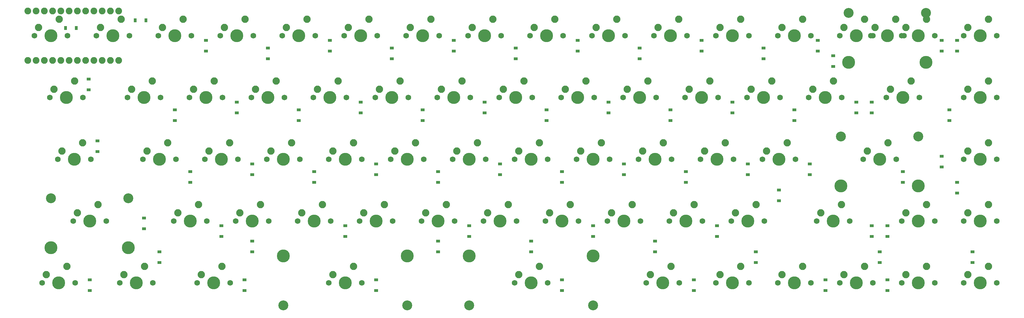
<source format=gbr>
%TF.GenerationSoftware,KiCad,Pcbnew,(5.1.8-0-10_14)*%
%TF.CreationDate,2021-09-01T06:12:34+09:00*%
%TF.ProjectId,ts68,74733638-2e6b-4696-9361-645f70636258,rev?*%
%TF.SameCoordinates,Original*%
%TF.FileFunction,Soldermask,Bot*%
%TF.FilePolarity,Negative*%
%FSLAX46Y46*%
G04 Gerber Fmt 4.6, Leading zero omitted, Abs format (unit mm)*
G04 Created by KiCad (PCBNEW (5.1.8-0-10_14)) date 2021-09-01 06:12:34*
%MOMM*%
%LPD*%
G01*
G04 APERTURE LIST*
%ADD10C,2.250000*%
%ADD11C,3.987800*%
%ADD12C,1.750000*%
%ADD13R,1.200000X0.900000*%
%ADD14R,0.900000X1.200000*%
%ADD15C,3.048000*%
%ADD16C,2.082800*%
G04 APERTURE END LIST*
D10*
%TO.C,MX65*%
X293052500Y-61595000D03*
D11*
X290512500Y-66675000D03*
D10*
X286702500Y-64135000D03*
D12*
X285432500Y-66675000D03*
X295592500Y-66675000D03*
%TD*%
%TO.C,MX58*%
X238442500Y-104775000D03*
X228282500Y-104775000D03*
D10*
X229552500Y-102235000D03*
D11*
X233362500Y-104775000D03*
D10*
X235902500Y-99695000D03*
%TD*%
D13*
%TO.C,D70*%
X288131250Y-98550000D03*
X288131250Y-95250000D03*
%TD*%
%TO.C,D69*%
X283368750Y-77118750D03*
X283368750Y-73818750D03*
%TD*%
%TO.C,D68*%
X280987500Y-51468750D03*
X280987500Y-54768750D03*
%TD*%
%TO.C,D67*%
X283368750Y-30037500D03*
X283368750Y-33337500D03*
%TD*%
%TO.C,D66*%
X261937500Y-103856250D03*
X261937500Y-107156250D03*
%TD*%
%TO.C,D65*%
X261937500Y-87187500D03*
X261937500Y-90487500D03*
%TD*%
%TO.C,D64*%
X278606250Y-65756250D03*
X278606250Y-69056250D03*
%TD*%
%TO.C,D63*%
X257175000Y-49087500D03*
X257175000Y-52387500D03*
%TD*%
%TO.C,D62*%
X278606250Y-30037500D03*
X278606250Y-33337500D03*
%TD*%
%TO.C,D61*%
X259556250Y-98550000D03*
X259556250Y-95250000D03*
%TD*%
%TO.C,D60*%
X266700000Y-70518750D03*
X266700000Y-73818750D03*
%TD*%
%TO.C,D59*%
X245268750Y-34800000D03*
X245268750Y-38100000D03*
%TD*%
%TO.C,D58*%
X242887500Y-103856250D03*
X242887500Y-107156250D03*
%TD*%
%TO.C,D57*%
X257175000Y-87187500D03*
X257175000Y-90487500D03*
%TD*%
%TO.C,D56*%
X238125000Y-68137500D03*
X238125000Y-71437500D03*
%TD*%
%TO.C,D55*%
X252412500Y-49087500D03*
X252412500Y-52387500D03*
%TD*%
%TO.C,D54*%
X240506250Y-30037500D03*
X240506250Y-33337500D03*
%TD*%
%TO.C,D53*%
X221456250Y-98550000D03*
X221456250Y-95250000D03*
%TD*%
%TO.C,D52*%
X228600000Y-79500000D03*
X228600000Y-76200000D03*
%TD*%
%TO.C,D51*%
X233362500Y-51468750D03*
X233362500Y-54768750D03*
%TD*%
%TO.C,D50*%
X223837500Y-32418750D03*
X223837500Y-35718750D03*
%TD*%
%TO.C,D49*%
X202406250Y-103856250D03*
X202406250Y-107156250D03*
%TD*%
%TO.C,D48*%
X209550000Y-87187500D03*
X209550000Y-90487500D03*
%TD*%
%TO.C,D47*%
X219075000Y-68137500D03*
X219075000Y-71437500D03*
%TD*%
%TO.C,D46*%
X214312500Y-49087500D03*
X214312500Y-52387500D03*
%TD*%
%TO.C,D45*%
X204787500Y-30037500D03*
X204787500Y-33337500D03*
%TD*%
%TO.C,D44*%
X190500000Y-91950000D03*
X190500000Y-95250000D03*
%TD*%
%TO.C,D43*%
X200025000Y-70518750D03*
X200025000Y-73818750D03*
%TD*%
%TO.C,D42*%
X195262500Y-51468750D03*
X195262500Y-54768750D03*
%TD*%
%TO.C,D41*%
X185737500Y-32418750D03*
X185737500Y-35718750D03*
%TD*%
%TO.C,D40*%
X161925000Y-103856250D03*
X161925000Y-107156250D03*
%TD*%
%TO.C,D39*%
X171450000Y-87187500D03*
X171450000Y-90487500D03*
%TD*%
%TO.C,D38*%
X180975000Y-68137500D03*
X180975000Y-71437500D03*
%TD*%
%TO.C,D37*%
X176212500Y-49087500D03*
X176212500Y-52387500D03*
%TD*%
%TO.C,D36*%
X166687500Y-30037500D03*
X166687500Y-33337500D03*
%TD*%
%TO.C,D35*%
X152400000Y-91950000D03*
X152400000Y-95250000D03*
%TD*%
%TO.C,D34*%
X161925000Y-70518750D03*
X161925000Y-73818750D03*
%TD*%
%TO.C,D33*%
X157162500Y-51468750D03*
X157162500Y-54768750D03*
%TD*%
%TO.C,D32*%
X147637500Y-32418750D03*
X147637500Y-35718750D03*
%TD*%
%TO.C,D31*%
X133350000Y-87187500D03*
X133350000Y-90487500D03*
%TD*%
%TO.C,D30*%
X142875000Y-68137500D03*
X142875000Y-71437500D03*
%TD*%
%TO.C,D29*%
X138112500Y-49087500D03*
X138112500Y-52387500D03*
%TD*%
%TO.C,D28*%
X128587500Y-30037500D03*
X128587500Y-33337500D03*
%TD*%
%TO.C,D27*%
X123825000Y-91950000D03*
X123825000Y-95250000D03*
%TD*%
%TO.C,D26*%
X123825000Y-70518750D03*
X123825000Y-73818750D03*
%TD*%
%TO.C,D25*%
X119062500Y-51468750D03*
X119062500Y-54768750D03*
%TD*%
%TO.C,D24*%
X109537500Y-32418750D03*
X109537500Y-35718750D03*
%TD*%
%TO.C,D23*%
X104775000Y-103856250D03*
X104775000Y-107156250D03*
%TD*%
%TO.C,D22*%
X95250000Y-87187500D03*
X95250000Y-90487500D03*
%TD*%
%TO.C,D21*%
X104775000Y-68137500D03*
X104775000Y-71437500D03*
%TD*%
%TO.C,D20*%
X100012500Y-49087500D03*
X100012500Y-52387500D03*
%TD*%
%TO.C,D19*%
X90487500Y-30037500D03*
X90487500Y-33337500D03*
%TD*%
%TO.C,D18*%
X66675000Y-91950000D03*
X66675000Y-95250000D03*
%TD*%
%TO.C,D17*%
X85725000Y-70518750D03*
X85725000Y-73818750D03*
%TD*%
%TO.C,D16*%
X80962500Y-51468750D03*
X80962500Y-54768750D03*
%TD*%
%TO.C,D15*%
X71437500Y-32418750D03*
X71437500Y-35718750D03*
%TD*%
%TO.C,D14*%
X64293750Y-103856250D03*
X64293750Y-107156250D03*
%TD*%
%TO.C,D13*%
X57150000Y-87187500D03*
X57150000Y-90487500D03*
%TD*%
%TO.C,D12*%
X66675000Y-68137500D03*
X66675000Y-71437500D03*
%TD*%
%TO.C,D11*%
X61912500Y-49087500D03*
X61912500Y-52387500D03*
%TD*%
%TO.C,D10*%
X52387500Y-30037500D03*
X52387500Y-33337500D03*
%TD*%
%TO.C,D9*%
X38100000Y-98550000D03*
X38100000Y-95250000D03*
%TD*%
%TO.C,D8*%
X47625000Y-70518750D03*
X47625000Y-73818750D03*
%TD*%
%TO.C,D7*%
X42862500Y-51468750D03*
X42862500Y-54768750D03*
%TD*%
D14*
%TO.C,D6*%
X30662500Y-23812500D03*
X33962500Y-23812500D03*
%TD*%
D13*
%TO.C,D5*%
X16668750Y-103856250D03*
X16668750Y-107156250D03*
%TD*%
%TO.C,D4*%
X33337500Y-84806250D03*
X33337500Y-88106250D03*
%TD*%
%TO.C,D3*%
X19050000Y-60993750D03*
X19050000Y-64293750D03*
%TD*%
%TO.C,D2*%
X16337500Y-41943750D03*
X16337500Y-45243750D03*
%TD*%
D14*
%TO.C,D1*%
X9231250Y-26193750D03*
X12531250Y-26193750D03*
%TD*%
D10*
%TO.C,MX10*%
X45402500Y-23495000D03*
D11*
X42862500Y-28575000D03*
D10*
X39052500Y-26035000D03*
D12*
X37782500Y-28575000D03*
X47942500Y-28575000D03*
%TD*%
D10*
%TO.C,MX45*%
X197802500Y-23495000D03*
D11*
X195262500Y-28575000D03*
D10*
X191452500Y-26035000D03*
D12*
X190182500Y-28575000D03*
X200342500Y-28575000D03*
%TD*%
D10*
%TO.C,MX19*%
X83502500Y-23495000D03*
D11*
X80962500Y-28575000D03*
D10*
X77152500Y-26035000D03*
D12*
X75882500Y-28575000D03*
X86042500Y-28575000D03*
%TD*%
%TO.C,MX44*%
X186055000Y-85725000D03*
X175895000Y-85725000D03*
D10*
X177165000Y-83185000D03*
D11*
X180975000Y-85725000D03*
D10*
X183515000Y-80645000D03*
%TD*%
%TO.C,MX23*%
X97790000Y-99695000D03*
X91440000Y-102235000D03*
D11*
X95250000Y-104775000D03*
D12*
X90170000Y-104775000D03*
X100330000Y-104775000D03*
D15*
X76200000Y-111760000D03*
X114300000Y-111760000D03*
D11*
X76200000Y-96520000D03*
X114300000Y-96520000D03*
%TD*%
D10*
%TO.C,MX40*%
X154940000Y-99695000D03*
X148590000Y-102235000D03*
D11*
X152400000Y-104775000D03*
D12*
X147320000Y-104775000D03*
X157480000Y-104775000D03*
D15*
X133350000Y-111760000D03*
X171450000Y-111760000D03*
D11*
X133350000Y-96520000D03*
X171450000Y-96520000D03*
%TD*%
D10*
%TO.C,MX5*%
X9683750Y-99695000D03*
D11*
X7143750Y-104775000D03*
D10*
X3333750Y-102235000D03*
D12*
X2063750Y-104775000D03*
X12223750Y-104775000D03*
%TD*%
%TO.C,MX3*%
X16986250Y-66675000D03*
X6826250Y-66675000D03*
D10*
X8096250Y-64135000D03*
D11*
X11906250Y-66675000D03*
D10*
X14446250Y-61595000D03*
%TD*%
D12*
%TO.C,MX12*%
X62230000Y-66675000D03*
X52070000Y-66675000D03*
D10*
X53340000Y-64135000D03*
D11*
X57150000Y-66675000D03*
D10*
X59690000Y-61595000D03*
%TD*%
D12*
%TO.C,MX7*%
X38417500Y-47625000D03*
X28257500Y-47625000D03*
D10*
X29527500Y-45085000D03*
D11*
X33337500Y-47625000D03*
D10*
X35877500Y-42545000D03*
%TD*%
D16*
%TO.C,B1*%
X-2381250Y-20955000D03*
X158750Y-20955000D03*
X2698750Y-20955000D03*
X5238750Y-20955000D03*
X7778750Y-20955000D03*
X10318750Y-20955000D03*
X12858750Y-20955000D03*
X15398750Y-20955000D03*
X17938750Y-20955000D03*
X20478750Y-20955000D03*
X23018750Y-20955000D03*
X25558750Y-20955000D03*
X25558750Y-36195000D03*
X23018750Y-36195000D03*
X20478750Y-36195000D03*
X17938750Y-36195000D03*
X15398750Y-36195000D03*
X12858750Y-36195000D03*
X10318750Y-36195000D03*
X7778750Y-36195000D03*
X5238750Y-36195000D03*
X2698750Y-36195000D03*
X158750Y-36195000D03*
X-2381250Y-36195000D03*
%TD*%
D12*
%TO.C,MX1*%
X9842500Y-28575000D03*
X-317500Y-28575000D03*
D10*
X952500Y-26035000D03*
D11*
X4762500Y-28575000D03*
D10*
X7302500Y-23495000D03*
%TD*%
%TO.C,MX2*%
X12065000Y-42545000D03*
D11*
X9525000Y-47625000D03*
D10*
X5715000Y-45085000D03*
D12*
X4445000Y-47625000D03*
X14605000Y-47625000D03*
%TD*%
D11*
%TO.C,MX4*%
X28575000Y-93980000D03*
X4762500Y-93980000D03*
D15*
X28575000Y-78740000D03*
X4762500Y-78740000D03*
D12*
X21748750Y-85725000D03*
X11588750Y-85725000D03*
D10*
X12858750Y-83185000D03*
D11*
X16668750Y-85725000D03*
D10*
X19208750Y-80645000D03*
%TD*%
%TO.C,MX6*%
X26352500Y-23495000D03*
D11*
X23812500Y-28575000D03*
D10*
X20002500Y-26035000D03*
D12*
X18732500Y-28575000D03*
X28892500Y-28575000D03*
%TD*%
D10*
%TO.C,MX8*%
X40640000Y-61595000D03*
D11*
X38100000Y-66675000D03*
D10*
X34290000Y-64135000D03*
D12*
X33020000Y-66675000D03*
X43180000Y-66675000D03*
%TD*%
%TO.C,MX9*%
X36036250Y-104775000D03*
X25876250Y-104775000D03*
D10*
X27146250Y-102235000D03*
D11*
X30956250Y-104775000D03*
D10*
X33496250Y-99695000D03*
%TD*%
D12*
%TO.C,MX11*%
X57467500Y-47625000D03*
X47307500Y-47625000D03*
D10*
X48577500Y-45085000D03*
D11*
X52387500Y-47625000D03*
D10*
X54927500Y-42545000D03*
%TD*%
%TO.C,MX13*%
X50165000Y-80645000D03*
D11*
X47625000Y-85725000D03*
D10*
X43815000Y-83185000D03*
D12*
X42545000Y-85725000D03*
X52705000Y-85725000D03*
%TD*%
%TO.C,MX14*%
X59848750Y-104775000D03*
X49688750Y-104775000D03*
D10*
X50958750Y-102235000D03*
D11*
X54768750Y-104775000D03*
D10*
X57308750Y-99695000D03*
%TD*%
%TO.C,MX15*%
X64452500Y-23495000D03*
D11*
X61912500Y-28575000D03*
D10*
X58102500Y-26035000D03*
D12*
X56832500Y-28575000D03*
X66992500Y-28575000D03*
%TD*%
%TO.C,MX16*%
X76517500Y-47625000D03*
X66357500Y-47625000D03*
D10*
X67627500Y-45085000D03*
D11*
X71437500Y-47625000D03*
D10*
X73977500Y-42545000D03*
%TD*%
D12*
%TO.C,MX17*%
X81280000Y-66675000D03*
X71120000Y-66675000D03*
D10*
X72390000Y-64135000D03*
D11*
X76200000Y-66675000D03*
D10*
X78740000Y-61595000D03*
%TD*%
%TO.C,MX18*%
X69215000Y-80645000D03*
D11*
X66675000Y-85725000D03*
D10*
X62865000Y-83185000D03*
D12*
X61595000Y-85725000D03*
X71755000Y-85725000D03*
%TD*%
%TO.C,MX20*%
X95567500Y-47625000D03*
X85407500Y-47625000D03*
D10*
X86677500Y-45085000D03*
D11*
X90487500Y-47625000D03*
D10*
X93027500Y-42545000D03*
%TD*%
D12*
%TO.C,MX21*%
X100330000Y-66675000D03*
X90170000Y-66675000D03*
D10*
X91440000Y-64135000D03*
D11*
X95250000Y-66675000D03*
D10*
X97790000Y-61595000D03*
%TD*%
%TO.C,MX22*%
X88265000Y-80645000D03*
D11*
X85725000Y-85725000D03*
D10*
X81915000Y-83185000D03*
D12*
X80645000Y-85725000D03*
X90805000Y-85725000D03*
%TD*%
D10*
%TO.C,MX24*%
X102552500Y-23495000D03*
D11*
X100012500Y-28575000D03*
D10*
X96202500Y-26035000D03*
D12*
X94932500Y-28575000D03*
X105092500Y-28575000D03*
%TD*%
%TO.C,MX25*%
X114617500Y-47625000D03*
X104457500Y-47625000D03*
D10*
X105727500Y-45085000D03*
D11*
X109537500Y-47625000D03*
D10*
X112077500Y-42545000D03*
%TD*%
D12*
%TO.C,MX26*%
X119380000Y-66675000D03*
X109220000Y-66675000D03*
D10*
X110490000Y-64135000D03*
D11*
X114300000Y-66675000D03*
D10*
X116840000Y-61595000D03*
%TD*%
%TO.C,MX27*%
X107315000Y-80645000D03*
D11*
X104775000Y-85725000D03*
D10*
X100965000Y-83185000D03*
D12*
X99695000Y-85725000D03*
X109855000Y-85725000D03*
%TD*%
D10*
%TO.C,MX28*%
X121602500Y-23495000D03*
D11*
X119062500Y-28575000D03*
D10*
X115252500Y-26035000D03*
D12*
X113982500Y-28575000D03*
X124142500Y-28575000D03*
%TD*%
%TO.C,MX29*%
X133667500Y-47625000D03*
X123507500Y-47625000D03*
D10*
X124777500Y-45085000D03*
D11*
X128587500Y-47625000D03*
D10*
X131127500Y-42545000D03*
%TD*%
D12*
%TO.C,MX30*%
X138430000Y-66675000D03*
X128270000Y-66675000D03*
D10*
X129540000Y-64135000D03*
D11*
X133350000Y-66675000D03*
D10*
X135890000Y-61595000D03*
%TD*%
%TO.C,MX31*%
X126365000Y-80645000D03*
D11*
X123825000Y-85725000D03*
D10*
X120015000Y-83185000D03*
D12*
X118745000Y-85725000D03*
X128905000Y-85725000D03*
%TD*%
D10*
%TO.C,MX32*%
X140652500Y-23495000D03*
D11*
X138112500Y-28575000D03*
D10*
X134302500Y-26035000D03*
D12*
X133032500Y-28575000D03*
X143192500Y-28575000D03*
%TD*%
%TO.C,MX33*%
X152717500Y-47625000D03*
X142557500Y-47625000D03*
D10*
X143827500Y-45085000D03*
D11*
X147637500Y-47625000D03*
D10*
X150177500Y-42545000D03*
%TD*%
D12*
%TO.C,MX34*%
X157480000Y-66675000D03*
X147320000Y-66675000D03*
D10*
X148590000Y-64135000D03*
D11*
X152400000Y-66675000D03*
D10*
X154940000Y-61595000D03*
%TD*%
%TO.C,MX35*%
X145415000Y-80645000D03*
D11*
X142875000Y-85725000D03*
D10*
X139065000Y-83185000D03*
D12*
X137795000Y-85725000D03*
X147955000Y-85725000D03*
%TD*%
D10*
%TO.C,MX36*%
X159702500Y-23495000D03*
D11*
X157162500Y-28575000D03*
D10*
X153352500Y-26035000D03*
D12*
X152082500Y-28575000D03*
X162242500Y-28575000D03*
%TD*%
%TO.C,MX37*%
X171767500Y-47625000D03*
X161607500Y-47625000D03*
D10*
X162877500Y-45085000D03*
D11*
X166687500Y-47625000D03*
D10*
X169227500Y-42545000D03*
%TD*%
D12*
%TO.C,MX38*%
X176530000Y-66675000D03*
X166370000Y-66675000D03*
D10*
X167640000Y-64135000D03*
D11*
X171450000Y-66675000D03*
D10*
X173990000Y-61595000D03*
%TD*%
%TO.C,MX39*%
X164465000Y-80645000D03*
D11*
X161925000Y-85725000D03*
D10*
X158115000Y-83185000D03*
D12*
X156845000Y-85725000D03*
X167005000Y-85725000D03*
%TD*%
D10*
%TO.C,MX41*%
X178752500Y-23495000D03*
D11*
X176212500Y-28575000D03*
D10*
X172402500Y-26035000D03*
D12*
X171132500Y-28575000D03*
X181292500Y-28575000D03*
%TD*%
%TO.C,MX42*%
X190817500Y-47625000D03*
X180657500Y-47625000D03*
D10*
X181927500Y-45085000D03*
D11*
X185737500Y-47625000D03*
D10*
X188277500Y-42545000D03*
%TD*%
%TO.C,MX43*%
X193040000Y-61595000D03*
D11*
X190500000Y-66675000D03*
D10*
X186690000Y-64135000D03*
D12*
X185420000Y-66675000D03*
X195580000Y-66675000D03*
%TD*%
%TO.C,MX46*%
X209867500Y-47625000D03*
X199707500Y-47625000D03*
D10*
X200977500Y-45085000D03*
D11*
X204787500Y-47625000D03*
D10*
X207327500Y-42545000D03*
%TD*%
%TO.C,MX47*%
X212090000Y-61595000D03*
D11*
X209550000Y-66675000D03*
D10*
X205740000Y-64135000D03*
D12*
X204470000Y-66675000D03*
X214630000Y-66675000D03*
%TD*%
%TO.C,MX48*%
X205105000Y-85725000D03*
X194945000Y-85725000D03*
D10*
X196215000Y-83185000D03*
D11*
X200025000Y-85725000D03*
D10*
X202565000Y-80645000D03*
%TD*%
%TO.C,MX49*%
X195421250Y-99695000D03*
D11*
X192881250Y-104775000D03*
D10*
X189071250Y-102235000D03*
D12*
X187801250Y-104775000D03*
X197961250Y-104775000D03*
%TD*%
D10*
%TO.C,MX50*%
X216852500Y-23495000D03*
D11*
X214312500Y-28575000D03*
D10*
X210502500Y-26035000D03*
D12*
X209232500Y-28575000D03*
X219392500Y-28575000D03*
%TD*%
%TO.C,MX51*%
X228917500Y-47625000D03*
X218757500Y-47625000D03*
D10*
X220027500Y-45085000D03*
D11*
X223837500Y-47625000D03*
D10*
X226377500Y-42545000D03*
%TD*%
%TO.C,MX52*%
X221615000Y-80645000D03*
D11*
X219075000Y-85725000D03*
D10*
X215265000Y-83185000D03*
D12*
X213995000Y-85725000D03*
X224155000Y-85725000D03*
%TD*%
%TO.C,MX53*%
X219392500Y-104775000D03*
X209232500Y-104775000D03*
D10*
X210502500Y-102235000D03*
D11*
X214312500Y-104775000D03*
D10*
X216852500Y-99695000D03*
%TD*%
%TO.C,MX54*%
X235902500Y-23495000D03*
D11*
X233362500Y-28575000D03*
D10*
X229552500Y-26035000D03*
D12*
X228282500Y-28575000D03*
X238442500Y-28575000D03*
%TD*%
%TO.C,MX55*%
X247877501Y-47625000D03*
X237717501Y-47625000D03*
D10*
X238987501Y-45085000D03*
D11*
X242797501Y-47625000D03*
D10*
X245337501Y-42545000D03*
%TD*%
%TO.C,MX56*%
X231140000Y-61595000D03*
D11*
X228600000Y-66675000D03*
D10*
X224790000Y-64135000D03*
D12*
X223520000Y-66675000D03*
X233680000Y-66675000D03*
%TD*%
D10*
%TO.C,MX57*%
X247808750Y-80645000D03*
D11*
X245268750Y-85725000D03*
D10*
X241458750Y-83185000D03*
D12*
X240188750Y-85725000D03*
X250348750Y-85725000D03*
%TD*%
D10*
%TO.C,MX59*%
X254952500Y-23495000D03*
D11*
X252412500Y-28575000D03*
D10*
X248602500Y-26035000D03*
D12*
X247332500Y-28575000D03*
X257492500Y-28575000D03*
%TD*%
D10*
%TO.C,MX60*%
X262096250Y-61595000D03*
D11*
X259556250Y-66675000D03*
D10*
X255746250Y-64135000D03*
D12*
X254476250Y-66675000D03*
X264636250Y-66675000D03*
D15*
X247650000Y-59690000D03*
X271462500Y-59690000D03*
D11*
X247650000Y-74930000D03*
X271462500Y-74930000D03*
%TD*%
D12*
%TO.C,MX61*%
X257492500Y-104775000D03*
X247332500Y-104775000D03*
D10*
X248602500Y-102235000D03*
D11*
X252412500Y-104775000D03*
D10*
X254952500Y-99695000D03*
%TD*%
D11*
%TO.C,MX62*%
X273843750Y-36830000D03*
X250031250Y-36830000D03*
D15*
X273843750Y-21590000D03*
X250031250Y-21590000D03*
D12*
X267017500Y-28575000D03*
X256857500Y-28575000D03*
D10*
X258127500Y-26035000D03*
D11*
X261937500Y-28575000D03*
D10*
X264477500Y-23495000D03*
%TD*%
%TO.C,MX63*%
X274002500Y-23495000D03*
D11*
X271462500Y-28575000D03*
D10*
X267652500Y-26035000D03*
D12*
X266382500Y-28575000D03*
X276542500Y-28575000D03*
%TD*%
%TO.C,MX64*%
X271780000Y-47625000D03*
X261620000Y-47625000D03*
D10*
X262890000Y-45085000D03*
D11*
X266700000Y-47625000D03*
D10*
X269240000Y-42545000D03*
%TD*%
D12*
%TO.C,MX66*%
X276542500Y-85725000D03*
X266382500Y-85725000D03*
D10*
X267652500Y-83185000D03*
D11*
X271462500Y-85725000D03*
D10*
X274002500Y-80645000D03*
%TD*%
D12*
%TO.C,MX67*%
X276542500Y-104775000D03*
X266382500Y-104775000D03*
D10*
X267652500Y-102235000D03*
D11*
X271462500Y-104775000D03*
D10*
X274002500Y-99695000D03*
%TD*%
%TO.C,MX68*%
X293052500Y-23495000D03*
D11*
X290512500Y-28575000D03*
D10*
X286702500Y-26035000D03*
D12*
X285432500Y-28575000D03*
X295592500Y-28575000D03*
%TD*%
%TO.C,MX69*%
X295592500Y-47625000D03*
X285432500Y-47625000D03*
D10*
X286702500Y-45085000D03*
D11*
X290512500Y-47625000D03*
D10*
X293052500Y-42545000D03*
%TD*%
%TO.C,MX70*%
X293052500Y-80645000D03*
D11*
X290512500Y-85725000D03*
D10*
X286702500Y-83185000D03*
D12*
X285432500Y-85725000D03*
X295592500Y-85725000D03*
%TD*%
%TO.C,MX71*%
X295592500Y-104775000D03*
X285432500Y-104775000D03*
D10*
X286702500Y-102235000D03*
D11*
X290512500Y-104775000D03*
D10*
X293052500Y-99695000D03*
%TD*%
M02*

</source>
